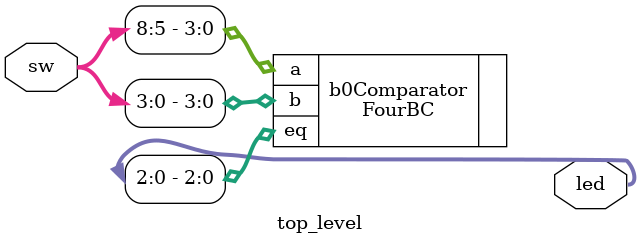
<source format=sv>
module top_level(
	input wire [15:0]sw,
	output logic [15:0]led);
	
	FourBC b0Comparator (.a(sw[8:5]), .b(sw[3:0]), .eq(led[2:0]));
	
endmodule
</source>
